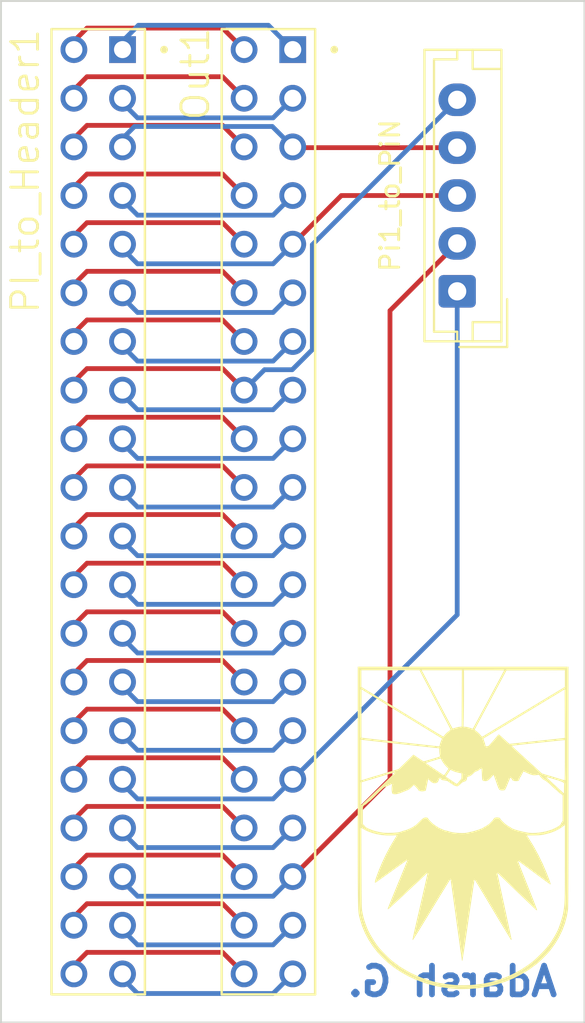
<source format=kicad_pcb>
(kicad_pcb (version 20221018) (generator pcbnew)
  (layers (0 "F.Cu" signal) (31 "B.Cu" signal) (34 "B.Paste" user) (35 "F.Paste" user) (36 "B.SilkS" user "B.Silkscreen") (37 "F.SilkS" user "F.Silkscreen") (38 "B.Mask" user) (39 "F.Mask" user) (44 "Edge.Cuts" user))
  (net 0 "")
  (net 1 "Net-(Out1-Pin_1)")
  (net 2 "Net-(Out1-Pin_2)")
  (net 3 "Net-(Out1-Pin_3)")
  (net 4 "Net-(Out1-Pin_4)")
  (net 5 "Net-(Out1-Pin_5)")
  (net 6 "Net-(Out1-Pin_7)")
  (net 7 "Net-(Out1-Pin_8)")
  (net 8 "Net-(Out1-Pin_9)")
  (net 9 "Net-(Out1-Pin_11)")
  (net 10 "Net-(Out1-Pin_12)")
  (net 11 "Net-(Out1-Pin_13)")
  (net 12 "Net-(Out1-Pin_14)")
  (net 13 "Net-(Out1-Pin_16)")
  (net 14 "Net-(Out1-Pin_17)")
  (net 15 "Net-(Out1-Pin_18)")
  (net 16 "Net-(Out1-Pin_19)")
  (net 17 "Net-(Out1-Pin_20)")
  (net 18 "Net-(Out1-Pin_21)")
  (net 19 "Net-(Out1-Pin_22)")
  (net 20 "Net-(Out1-Pin_23)")
  (net 21 "Net-(Out1-Pin_24)")
  (net 22 "Net-(Out1-Pin_25)")
  (net 23 "Net-(Out1-Pin_26)")
  (net 24 "Net-(Out1-Pin_27)")
  (net 25 "Net-(Out1-Pin_28)")
  (net 26 "Net-(Out1-Pin_29)")
  (net 27 "Net-(Out1-Pin_30)")
  (net 28 "Net-(Out1-Pin_31)")
  (net 29 "Net-(Out1-Pin_33)")
  (net 30 "Net-(Out1-Pin_35)")
  (net 31 "Net-(Out1-Pin_37)")
  (net 32 "Net-(Out1-Pin_38)")
  (net 33 "Net-(Out1-Pin_39)")
  (net 34 "Net-(Out1-Pin_40)")
  (net 35 "Net-(Out1-Pin_34)")
  (net 36 "Net-(Out1-Pin_36)")
  (net 37 "Net-(Out1-Pin_32)")
  (net 38 "Net-(Out1-Pin_15)")
  (net 39 "Net-(Out1-Pin_10)")
  (net 40 "Net-(Out1-Pin_6)")
  (footprint "20_pin_header_kicad:TE_7-146256-0" (layer "F.Cu") (at 111.76 52.07 -90)
    (fp_text reference "PI_to_Header1" (at -17.78 3.81 90) (layer "F.SilkS") (effects (font (size 1.4 1.4))))
    (fp_text value "Conn_01x40_Pin" hide)
    (pad "1" thru_hole circle (at -24.13 1.27 270) (size 1.398 1.398) (drill 0.89) (layers "*.Cu" "*.Mask") (net 1 "Net-(Out1-Pin_1)"))
    (pad "2" thru_hole rect (at -24.13 -1.27 270) (size 1.398 1.398) (drill 0.89) (layers "*.Cu" "*.Mask") (net 2 "Net-(Out1-Pin_2)"))
    (pad "3" thru_hole circle (at -21.59 1.27 270) (size 1.398 1.398) (drill 0.89) (layers "*.Cu" "*.Mask") (net 3 "Net-(Out1-Pin_3)"))
    (pad "4" thru_hole circle (at -21.59 -1.27 270) (size 1.398 1.398) (drill 0.89) (layers "*.Cu" "*.Mask") (net 4 "Net-(Out1-Pin_4)"))
    (pad "5" thru_hole circle (at -19.05 1.27 270) (size 1.398 1.398) (drill 0.89) (layers "*.Cu" "*.Mask") (net 5 "Net-(Out1-Pin_5)"))
    (pad "6" thru_hole circle (at -19.05 -1.27 270) (size 1.398 1.398) (drill 0.89) (layers "*.Cu" "*.Mask") (net 40 "Net-(Out1-Pin_6)"))
    (pad "7" thru_hole circle (at -16.51 1.27 270) (size 1.398 1.398) (drill 0.89) (layers "*.Cu" "*.Mask") (net 6 "Net-(Out1-Pin_7)"))
    (pad "8" thru_hole circle (at -16.51 -1.27 270) (size 1.398 1.398) (drill 0.89) (layers "*.Cu" "*.Mask") (net 7 "Net-(Out1-Pin_8)"))
    (pad "9" thru_hole circle (at -13.97 1.27 270) (size 1.398 1.398) (drill 0.89) (layers "*.Cu" "*.Mask") (net 8 "Net-(Out1-Pin_9)"))
    (pad "10" thru_hole circle (at -13.97 -1.27 270) (size 1.398 1.398) (drill 0.89) (layers "*.Cu" "*.Mask") (net 39 "Net-(Out1-Pin_10)"))
    (pad "11" thru_hole circle (at -11.43 1.27 270) (size 1.398 1.398) (drill 0.89) (layers "*.Cu" "*.Mask") (net 9 "Net-(Out1-Pin_11)"))
    (pad "12" thru_hole circle (at -11.43 -1.27 270) (size 1.398 1.398) (drill 0.89) (layers "*.Cu" "*.Mask") (net 10 "Net-(Out1-Pin_12)"))
    (pad "13" thru_hole circle (at -8.89 1.27 270) (size 1.398 1.398) (drill 0.89) (layers "*.Cu" "*.Mask") (net 11 "Net-(Out1-Pin_13)"))
    (pad "14" thru_hole circle (at -8.89 -1.27 270) (size 1.398 1.398) (drill 0.89) (layers "*.Cu" "*.Mask") (net 12 "Net-(Out1-Pin_14)"))
    (pad "15" thru_hole circle (at -6.35 1.27 270) (size 1.398 1.398) (drill 0.89) (layers "*.Cu" "*.Mask") (net 38 "Net-(Out1-Pin_15)"))
    (pad "16" thru_hole circle (at -6.35 -1.27 270) (size 1.398 1.398) (drill 0.89) (layers "*.Cu" "*.Mask") (net 13 "Net-(Out1-Pin_16)"))
    (pad "17" thru_hole circle (at -3.81 1.27 270) (size 1.398 1.398) (drill 0.89) (layers "*.Cu" "*.Mask") (net 14 "Net-(Out1-Pin_17)"))
    (pad "18" thru_hole circle (at -3.81 -1.27 270) (size 1.398 1.398) (drill 0.89) (layers "*.Cu" "*.Mask") (net 15 "Net-(Out1-Pin_18)"))
    (pad "19" thru_hole circle (at -1.27 1.27 270) (size 1.398 1.398) (drill 0.89) (layers "*.Cu" "*.Mask") (net 16 "Net-(Out1-Pin_19)"))
    (pad "20" thru_hole circle (at -1.27 -1.27 270) (size 1.398 1.398) (drill 0.89) (layers "*.Cu" "*.Mask") (net 17 "Net-(Out1-Pin_20)"))
    (pad "21" thru_hole circle (at 1.27 1.27 270) (size 1.398 1.398) (drill 0.89) (layers "*.Cu" "*.Mask") (net 18 "Net-(Out1-Pin_21)"))
    (pad "22" thru_hole circle (at 1.27 -1.27 270) (size 1.398 1.398) (drill 0.89) (layers "*.Cu" "*.Mask") (net 19 "Net-(Out1-Pin_22)"))
    (pad "23" thru_hole circle (at 3.81 1.27 270) (size 1.398 1.398) (drill 0.89) (layers "*.Cu" "*.Mask") (net 20 "Net-(Out1-Pin_23)"))
    (pad "24" thru_hole circle (at 3.81 -1.27 270) (size 1.398 1.398) (drill 0.89) (layers "*.Cu" "*.Mask") (net 21 "Net-(Out1-Pin_24)"))
    (pad "25" thru_hole circle (at 6.35 1.27 270) (size 1.398 1.398) (drill 0.89) (layers "*.Cu" "*.Mask") (net 22 "Net-(Out1-Pin_25)"))
    (pad "26" thru_hole circle (at 6.35 -1.27 270) (size 1.398 1.398) (drill 0.89) (layers "*.Cu" "*.Mask") (net 23 "Net-(Out1-Pin_26)"))
    (pad "27" thru_hole circle (at 8.89 1.27 270) (size 1.398 1.398) (drill 0.89) (layers "*.Cu" "*.Mask") (net 24 "Net-(Out1-Pin_27)"))
    (pad "28" thru_hole circle (at 8.89 -1.27 270) (size 1.398 1.398) (drill 0.89) (layers "*.Cu" "*.Mask") (net 25 "Net-(Out1-Pin_28)"))
    (pad "29" thru_hole circle (at 11.43 1.27 270) (size 1.398 1.398) (drill 0.89) (layers "*.Cu" "*.Mask") (net 26 "Net-(Out1-Pin_29)"))
    (pad "30" thru_hole circle (at 11.43 -1.27 270) (size 1.398 1.398) (drill 0.89) (layers "*.Cu" "*.Mask") (net 27 "Net-(Out1-Pin_30)"))
    (pad "31" thru_hole circle (at 13.97 1.27 270) (size 1.398 1.398) (drill 0.89) (layers "*.Cu" "*.Mask") (net 28 "Net-(Out1-Pin_31)"))
    (pad "32" thru_hole circle (at 13.97 -1.27 270) (size 1.398 1.398) (drill 0.89) (layers "*.Cu" "*.Mask") (net 37 "Net-(Out1-Pin_32)"))
    (pad "33" thru_hole circle (at 16.51 1.27 270) (size 1.398 1.398) (drill 0.89) (layers "*.Cu" "*.Mask") (net 29 "Net-(Out1-Pin_33)"))
    (pad "34" thru_hole circle (at 16.51 -1.27 270) (size 1.398 1.398) (drill 0.89) (layers "*.Cu" "*.Mask") (net 35 "Net-(Out1-Pin_34)"))
    (pad "35" thru_hole circle (at 19.05 1.27 270) (size 1.398 1.398) (drill 0.89) (layers "*.Cu" "*.Mask") (net 30 "Net-(Out1-Pin_35)"))
    (pad "36" thru_hole circle (at 19.05 -1.27 270) (size 1.398 1.398) (drill 0.89) (layers "*.Cu" "*.Mask") (net 36 "Net-(Out1-Pin_36)"))
    (pad "37" thru_hole circle (at 21.59 1.27 270) (size 1.398 1.398) (drill 0.89) (layers "*.Cu" "*.Mask") (net 31 "Net-(Out1-Pin_37)"))
    (pad "38" thru_hole circle (at 21.59 -1.27 270) (size 1.398 1.398) (drill 0.89) (layers "*.Cu" "*.Mask") (net 32 "Net-(Out1-Pin_38)"))
    (pad "39" thru_hole circle (at 24.13 1.27 270) (size 1.398 1.398) (drill 0.89) (layers "*.Cu" "*.Mask") (net 33 "Net-(Out1-Pin_39)"))
    (pad "40" thru_hole circle (at 24.13 -1.27 270) (size 1.398 1.398) (drill 0.89) (layers "*.Cu" "*.Mask") (net 34 "Net-(Out1-Pin_40)"))
  )
  (footprint "20_pin_header_kicad:TE_7-146256-0" (layer "F.Cu") (at 120.65 52.07 -90)
    (fp_text reference "Out1" (at -22.86 3.81 90) (layer "F.SilkS") (effects (font (size 1.4 1.4))))
    (fp_text value "Conn_01x40_Pin" hide)
    (pad "1" thru_hole circle (at -24.13 1.27 270) (size 1.398 1.398) (drill 0.89) (layers "*.Cu" "*.Mask") (net 1 "Net-(Out1-Pin_1)"))
    (pad "2" thru_hole rect (at -24.13 -1.27 270) (size 1.398 1.398) (drill 0.89) (layers "*.Cu" "*.Mask") (net 2 "Net-(Out1-Pin_2)"))
    (pad "3" thru_hole circle (at -21.59 1.27 270) (size 1.398 1.398) (drill 0.89) (layers "*.Cu" "*.Mask") (net 3 "Net-(Out1-Pin_3)"))
    (pad "4" thru_hole circle (at -21.59 -1.27 270) (size 1.398 1.398) (drill 0.89) (layers "*.Cu" "*.Mask") (net 4 "Net-(Out1-Pin_4)"))
    (pad "5" thru_hole circle (at -19.05 1.27 270) (size 1.398 1.398) (drill 0.89) (layers "*.Cu" "*.Mask") (net 5 "Net-(Out1-Pin_5)"))
    (pad "6" thru_hole circle (at -19.05 -1.27 270) (size 1.398 1.398) (drill 0.89) (layers "*.Cu" "*.Mask") (net 40 "Net-(Out1-Pin_6)"))
    (pad "7" thru_hole circle (at -16.51 1.27 270) (size 1.398 1.398) (drill 0.89) (layers "*.Cu" "*.Mask") (net 6 "Net-(Out1-Pin_7)"))
    (pad "8" thru_hole circle (at -16.51 -1.27 270) (size 1.398 1.398) (drill 0.89) (layers "*.Cu" "*.Mask") (net 7 "Net-(Out1-Pin_8)"))
    (pad "9" thru_hole circle (at -13.97 1.27 270) (size 1.398 1.398) (drill 0.89) (layers "*.Cu" "*.Mask") (net 8 "Net-(Out1-Pin_9)"))
    (pad "10" thru_hole circle (at -13.97 -1.27 270) (size 1.398 1.398) (drill 0.89) (layers "*.Cu" "*.Mask") (net 39 "Net-(Out1-Pin_10)"))
    (pad "11" thru_hole circle (at -11.43 1.27 270) (size 1.398 1.398) (drill 0.89) (layers "*.Cu" "*.Mask") (net 9 "Net-(Out1-Pin_11)"))
    (pad "12" thru_hole circle (at -11.43 -1.27 270) (size 1.398 1.398) (drill 0.89) (layers "*.Cu" "*.Mask") (net 10 "Net-(Out1-Pin_12)"))
    (pad "13" thru_hole circle (at -8.89 1.27 270) (size 1.398 1.398) (drill 0.89) (layers "*.Cu" "*.Mask") (net 11 "Net-(Out1-Pin_13)"))
    (pad "14" thru_hole circle (at -8.89 -1.27 270) (size 1.398 1.398) (drill 0.89) (layers "*.Cu" "*.Mask") (net 12 "Net-(Out1-Pin_14)"))
    (pad "15" thru_hole circle (at -6.35 1.27 270) (size 1.398 1.398) (drill 0.89) (layers "*.Cu" "*.Mask") (net 38 "Net-(Out1-Pin_15)"))
    (pad "16" thru_hole circle (at -6.35 -1.27 270) (size 1.398 1.398) (drill 0.89) (layers "*.Cu" "*.Mask") (net 13 "Net-(Out1-Pin_16)"))
    (pad "17" thru_hole circle (at -3.81 1.27 270) (size 1.398 1.398) (drill 0.89) (layers "*.Cu" "*.Mask") (net 14 "Net-(Out1-Pin_17)"))
    (pad "18" thru_hole circle (at -3.81 -1.27 270) (size 1.398 1.398) (drill 0.89) (layers "*.Cu" "*.Mask") (net 15 "Net-(Out1-Pin_18)"))
    (pad "19" thru_hole circle (at -1.27 1.27 270) (size 1.398 1.398) (drill 0.89) (layers "*.Cu" "*.Mask") (net 16 "Net-(Out1-Pin_19)"))
    (pad "20" thru_hole circle (at -1.27 -1.27 270) (size 1.398 1.398) (drill 0.89) (layers "*.Cu" "*.Mask") (net 17 "Net-(Out1-Pin_20)"))
    (pad "21" thru_hole circle (at 1.27 1.27 270) (size 1.398 1.398) (drill 0.89) (layers "*.Cu" "*.Mask") (net 18 "Net-(Out1-Pin_21)"))
    (pad "22" thru_hole circle (at 1.27 -1.27 270) (size 1.398 1.398) (drill 0.89) (layers "*.Cu" "*.Mask") (net 19 "Net-(Out1-Pin_22)"))
    (pad "23" thru_hole circle (at 3.81 1.27 270) (size 1.398 1.398) (drill 0.89) (layers "*.Cu" "*.Mask") (net 20 "Net-(Out1-Pin_23)"))
    (pad "24" thru_hole circle (at 3.81 -1.27 270) (size 1.398 1.398) (drill 0.89) (layers "*.Cu" "*.Mask") (net 21 "Net-(Out1-Pin_24)"))
    (pad "25" thru_hole circle (at 6.35 1.27 270) (size 1.398 1.398) (drill 0.89) (layers "*.Cu" "*.Mask") (net 22 "Net-(Out1-Pin_25)"))
    (pad "26" thru_hole circle (at 6.35 -1.27 270) (size 1.398 1.398) (drill 0.89) (layers "*.Cu" "*.Mask") (net 23 "Net-(Out1-Pin_26)"))
    (pad "27" thru_hole circle (at 8.89 1.27 270) (size 1.398 1.398) (drill 0.89) (layers "*.Cu" "*.Mask") (net 24 "Net-(Out1-Pin_27)"))
    (pad "28" thru_hole circle (at 8.89 -1.27 270) (size 1.398 1.398) (drill 0.89) (layers "*.Cu" "*.Mask") (net 25 "Net-(Out1-Pin_28)"))
    (pad "29" thru_hole circle (at 11.43 1.27 270) (size 1.398 1.398) (drill 0.89) (layers "*.Cu" "*.Mask") (net 26 "Net-(Out1-Pin_29)"))
    (pad "30" thru_hole circle (at 11.43 -1.27 270) (size 1.398 1.398) (drill 0.89) (layers "*.Cu" "*.Mask") (net 27 "Net-(Out1-Pin_30)"))
    (pad "31" thru_hole circle (at 13.97 1.27 270) (size 1.398 1.398) (drill 0.89) (layers "*.Cu" "*.Mask") (net 28 "Net-(Out1-Pin_31)"))
    (pad "32" thru_hole circle (at 13.97 -1.27 270) (size 1.398 1.398) (drill 0.89) (layers "*.Cu" "*.Mask") (net 37 "Net-(Out1-Pin_32)"))
    (pad "33" thru_hole circle (at 16.51 1.27 270) (size 1.398 1.398) (drill 0.89) (layers "*.Cu" "*.Mask") (net 29 "Net-(Out1-Pin_33)"))
    (pad "34" thru_hole circle (at 16.51 -1.27 270) (size 1.398 1.398) (drill 0.89) (layers "*.Cu" "*.Mask") (net 35 "Net-(Out1-Pin_34)"))
    (pad "35" thru_hole circle (at 19.05 1.27 270) (size 1.398 1.398) (drill 0.89) (layers "*.Cu" "*.Mask") (net 30 "Net-(Out1-Pin_35)"))
    (pad "36" thru_hole circle (at 19.05 -1.27 270) (size 1.398 1.398) (drill 0.89) (layers "*.Cu" "*.Mask") (net 36 "Net-(Out1-Pin_36)"))
    (pad "37" thru_hole circle (at 21.59 1.27 270) (size 1.398 1.398) (drill 0.89) (layers "*.Cu" "*.Mask") (net 31 "Net-(Out1-Pin_37)"))
    (pad "38" thru_hole circle (at 21.59 -1.27 270) (size 1.398 1.398) (drill 0.89) (layers "*.Cu" "*.Mask") (net 32 "Net-(Out1-Pin_38)"))
    (pad "39" thru_hole circle (at 24.13 1.27 270) (size 1.398 1.398) (drill 0.89) (layers "*.Cu" "*.Mask") (net 33 "Net-(Out1-Pin_39)"))
    (pad "40" thru_hole circle (at 24.13 -1.27 270) (size 1.398 1.398) (drill 0.89) (layers "*.Cu" "*.Mask") (net 34 "Net-(Out1-Pin_40)"))
  )
  (footprint "Connector_JST:JST_EH_B5B-EH-A_1x05_P2.50mm_Vertical" (layer "F.Cu") (at 130.51 40.56 90)
    (fp_text reference "Pi1_to_PiN" (at 5 -3.51 90) (layer "F.SilkS"))
    (fp_text value "Conn_01x05_Pin")
    (pad "1" thru_hole roundrect (at 0 0 90) (size 1.7 1.95) (drill 0.95) (layers "*.Cu" "*.Mask") (roundrect_rratio 0.1470588235) (net 37 "Net-(Out1-Pin_32)"))
    (pad "2" thru_hole oval (at 2.5 0 90) (size 1.7 1.95) (drill 0.95) (layers "*.Cu" "*.Mask") (net 36 "Net-(Out1-Pin_36)"))
    (pad "3" thru_hole oval (at 5 0 90) (size 1.7 1.95) (drill 0.95) (layers "*.Cu" "*.Mask") (net 39 "Net-(Out1-Pin_10)"))
    (pad "4" thru_hole oval (at 7.5 0 90) (size 1.7 1.95) (drill 0.95) (layers "*.Cu" "*.Mask") (net 40 "Net-(Out1-Pin_6)"))
    (pad "5" thru_hole oval (at 10 0 90) (size 1.7 1.95) (drill 0.95) (layers "*.Cu" "*.Mask") (net 38 "Net-(Out1-Pin_15)"))
  )
  (footprint "logo.preety:systopia_logo" (layer "F.Cu") (at 130.81 68.58)
    (fp_text reference "G***" hide)
    (fp_text value "LOGO" hide)
  )
  (gr_rect (start 106.68 25.4) (end 137.16 78.74) (stroke (width 0.1)) (fill none) (layer "Edge.Cuts"))
  (gr_text "Adarsh G.\n" (at 135.89 77.47) (layer "B.Cu") (effects (font (size 1.5 1.5) (thickness 0.3) bold) (justify left bottom mirror)))
  (segment (start 118.256 26.816) (end 119.38 27.94) (width 0.25) (layer "F.Cu") (net 1))
  (segment (start 111.174 26.816) (end 118.256 26.816) (width 0.25) (layer "F.Cu") (net 1))
  (segment (start 110.15 27.84) (end 111.174 26.816) (width 0.25) (layer "F.Cu") (net 1))
  (segment (start 113.86 26.67) (end 112.69 27.84) (width 0.25) (layer "B.Cu") (net 2))
  (segment (start 113.86 26.67) (end 120.65 26.67) (width 0.25) (layer "B.Cu") (net 2))
  (segment (start 121.92 27.94) (end 120.65 26.67) (width 0.25) (layer "B.Cu") (net 2))
  (segment (start 118.256 29.356) (end 119.38 30.48) (width 0.25) (layer "F.Cu") (net 3))
  (segment (start 111.174 29.356) (end 118.256 29.356) (width 0.25) (layer "F.Cu") (net 3))
  (segment (start 110.15 30.38) (end 111.174 29.356) (width 0.25) (layer "F.Cu") (net 3))
  (segment (start 120.896 31.504) (end 113.814 31.504) (width 0.25) (layer "B.Cu") (net 4))
  (segment (start 121.92 30.48) (end 120.896 31.504) (width 0.25) (layer "B.Cu") (net 4))
  (segment (start 113.814 31.504) (end 112.69 30.38) (width 0.25) (layer "B.Cu") (net 4))
  (segment (start 118.256 31.896) (end 119.38 33.02) (width 0.25) (layer "F.Cu") (net 5))
  (segment (start 110.15 32.92) (end 111.174 31.896) (width 0.25) (layer "F.Cu") (net 5))
  (segment (start 111.174 31.896) (end 118.256 31.896) (width 0.25) (layer "F.Cu") (net 5))
  (segment (start 118.256 34.436) (end 119.38 35.56) (width 0.25) (layer "F.Cu") (net 6))
  (segment (start 110.15 35.46) (end 111.174 34.436) (width 0.25) (layer "F.Cu") (net 6))
  (segment (start 111.174 34.436) (end 118.256 34.436) (width 0.25) (layer "F.Cu") (net 6))
  (segment (start 113.814 36.584) (end 112.69 35.46) (width 0.25) (layer "B.Cu") (net 7))
  (segment (start 121.92 35.56) (end 120.896 36.584) (width 0.25) (layer "B.Cu") (net 7))
  (segment (start 120.896 36.584) (end 113.814 36.584) (width 0.25) (layer "B.Cu") (net 7))
  (segment (start 118.256 36.976) (end 119.38 38.1) (width 0.25) (layer "F.Cu") (net 8))
  (segment (start 110.15 38) (end 111.174 36.976) (width 0.25) (layer "F.Cu") (net 8))
  (segment (start 111.174 36.976) (end 118.256 36.976) (width 0.25) (layer "F.Cu") (net 8))
  (segment (start 111.174 39.516) (end 118.256 39.516) (width 0.25) (layer "F.Cu") (net 9))
  (segment (start 110.15 40.54) (end 111.174 39.516) (width 0.25) (layer "F.Cu") (net 9))
  (segment (start 118.256 39.516) (end 119.38 40.64) (width 0.25) (layer "F.Cu") (net 9))
  (segment (start 120.896 41.664) (end 113.814 41.664) (width 0.25) (layer "B.Cu") (net 10))
  (segment (start 121.92 40.64) (end 120.896 41.664) (width 0.25) (layer "B.Cu") (net 10))
  (segment (start 113.814 41.664) (end 112.69 40.54) (width 0.25) (layer "B.Cu") (net 10))
  (segment (start 118.256 42.056) (end 119.38 43.18) (width 0.25) (layer "F.Cu") (net 11))
  (segment (start 111.174 42.056) (end 118.256 42.056) (width 0.25) (layer "F.Cu") (net 11))
  (segment (start 110.15 43.08) (end 111.174 42.056) (width 0.25) (layer "F.Cu") (net 11))
  (segment (start 121.92 43.18) (end 120.896 44.204) (width 0.25) (layer "B.Cu") (net 12))
  (segment (start 113.814 44.204) (end 112.69 43.08) (width 0.25) (layer "B.Cu") (net 12))
  (segment (start 120.896 44.204) (end 113.814 44.204) (width 0.25) (layer "B.Cu") (net 12))
  (segment (start 121.92 45.72) (end 120.896 46.744) (width 0.25) (layer "B.Cu") (net 13))
  (segment (start 120.896 46.744) (end 113.814 46.744) (width 0.25) (layer "B.Cu") (net 13))
  (segment (start 113.814 46.744) (end 112.69 45.62) (width 0.25) (layer "B.Cu") (net 13))
  (segment (start 111.174 47.136) (end 118.256 47.136) (width 0.25) (layer "F.Cu") (net 14))
  (segment (start 110.15 48.16) (end 111.174 47.136) (width 0.25) (layer "F.Cu") (net 14))
  (segment (start 118.256 47.136) (end 119.38 48.26) (width 0.25) (layer "F.Cu") (net 14))
  (segment (start 120.896 49.284) (end 113.814 49.284) (width 0.25) (layer "B.Cu") (net 15))
  (segment (start 113.814 49.284) (end 112.69 48.16) (width 0.25) (layer "B.Cu") (net 15))
  (segment (start 121.92 48.26) (end 120.896 49.284) (width 0.25) (layer "B.Cu") (net 15))
  (segment (start 110.15 50.7) (end 111.174 49.676) (width 0.25) (layer "F.Cu") (net 16))
  (segment (start 118.256 49.676) (end 119.38 50.8) (width 0.25) (layer "F.Cu") (net 16))
  (segment (start 111.174 49.676) (end 118.256 49.676) (width 0.25) (layer "F.Cu") (net 16))
  (segment (start 121.92 50.8) (end 120.896 51.824) (width 0.25) (layer "B.Cu") (net 17))
  (segment (start 113.814 51.824) (end 112.69 50.7) (width 0.25) (layer "B.Cu") (net 17))
  (segment (start 120.896 51.824) (end 113.814 51.824) (width 0.25) (layer "B.Cu") (net 17))
  (segment (start 110.15 53.24) (end 111.174 52.216) (width 0.25) (layer "F.Cu") (net 18))
  (segment (start 111.174 52.216) (end 118.256 52.216) (width 0.25) (layer "F.Cu") (net 18))
  (segment (start 118.256 52.216) (end 119.38 53.34) (width 0.25) (layer "F.Cu") (net 18))
  (segment (start 120.896 54.364) (end 113.814 54.364) (width 0.25) (layer "B.Cu") (net 19))
  (segment (start 113.814 54.364) (end 112.69 53.24) (width 0.25) (layer "B.Cu") (net 19))
  (segment (start 121.92 53.34) (end 120.896 54.364) (width 0.25) (layer "B.Cu") (net 19))
  (segment (start 118.256 54.756) (end 119.38 55.88) (width 0.25) (layer "F.Cu") (net 20))
  (segment (start 111.174 54.756) (end 118.256 54.756) (width 0.25) (layer "F.Cu") (net 20))
  (segment (start 110.15 55.78) (end 111.174 54.756) (width 0.25) (layer "F.Cu") (net 20))
  (segment (start 120.896 56.904) (end 113.814 56.904) (width 0.25) (layer "B.Cu") (net 21))
  (segment (start 113.814 56.904) (end 112.69 55.78) (width 0.25) (layer "B.Cu") (net 21))
  (segment (start 121.92 55.88) (end 120.896 56.904) (width 0.25) (layer "B.Cu") (net 21))
  (segment (start 110.15 58.32) (end 111.174 57.296) (width 0.25) (layer "F.Cu") (net 22))
  (segment (start 111.174 57.296) (end 118.256 57.296) (width 0.25) (layer "F.Cu") (net 22))
  (segment (start 118.256 57.296) (end 119.38 58.42) (width 0.25) (layer "F.Cu") (net 22))
  (segment (start 120.896 59.444) (end 113.814 59.444) (width 0.25) (layer "B.Cu") (net 23))
  (segment (start 113.814 59.444) (end 112.69 58.32) (width 0.25) (layer "B.Cu") (net 23))
  (segment (start 121.92 58.42) (end 120.896 59.444) (width 0.25) (layer "B.Cu") (net 23))
  (segment (start 110.15 60.86) (end 111.174 59.836) (width 0.25) (layer "F.Cu") (net 24))
  (segment (start 118.256 59.836) (end 119.38 60.96) (width 0.25) (layer "F.Cu") (net 24))
  (segment (start 111.174 59.836) (end 118.256 59.836) (width 0.25) (layer "F.Cu") (net 24))
  (segment (start 121.92 60.96) (end 120.896 61.984) (width 0.25) (layer "B.Cu") (net 25))
  (segment (start 113.814 61.984) (end 112.69 60.86) (width 0.25) (layer "B.Cu") (net 25))
  (segment (start 120.896 61.984) (end 113.814 61.984) (width 0.25) (layer "B.Cu") (net 25))
  (segment (start 110.15 63.4) (end 111.174 62.376) (width 0.25) (layer "F.Cu") (net 26))
  (segment (start 111.174 62.376) (end 118.256 62.376) (width 0.25) (layer "F.Cu") (net 26))
  (segment (start 118.256 62.376) (end 119.38 63.5) (width 0.25) (layer "F.Cu") (net 26))
  (segment (start 121.92 63.5) (end 120.896 64.524) (width 0.25) (layer "B.Cu") (net 27))
  (segment (start 113.814 64.524) (end 112.69 63.4) (width 0.25) (layer "B.Cu") (net 27))
  (segment (start 120.896 64.524) (end 113.814 64.524) (width 0.25) (layer "B.Cu") (net 27))
  (segment (start 110.15 65.94) (end 111.174 64.916) (width 0.25) (layer "F.Cu") (net 28))
  (segment (start 118.256 64.916) (end 119.38 66.04) (width 0.25) (layer "F.Cu") (net 28))
  (segment (start 111.174 64.916) (end 118.256 64.916) (width 0.25) (layer "F.Cu") (net 28))
  (segment (start 118.256 67.456) (end 119.38 68.58) (width 0.25) (layer "F.Cu") (net 29))
  (segment (start 110.15 68.48) (end 111.174 67.456) (width 0.25) (layer "F.Cu") (net 29))
  (segment (start 111.174 67.456) (end 118.256 67.456) (width 0.25) (layer "F.Cu") (net 29))
  (segment (start 110.15 71.02) (end 111.174 69.996) (width 0.25) (layer "F.Cu") (net 30))
  (segment (start 118.256 69.996) (end 119.38 71.12) (width 0.25) (layer "F.Cu") (net 30))
  (segment (start 111.174 69.996) (end 118.256 69.996) (width 0.25) (layer "F.Cu") (net 30))
  (segment (start 110.15 73.56) (end 111.174 72.536) (width 0.25) (layer "F.Cu") (net 31))
  (segment (start 118.256 72.536) (end 119.38 73.66) (width 0.25) (layer "F.Cu") (net 31))
  (segment (start 111.174 72.536) (end 118.256 72.536) (width 0.25) (layer "F.Cu") (net 31))
  (segment (start 120.896 74.684) (end 113.814 74.684) (width 0.25) (layer "B.Cu") (net 32))
  (segment (start 113.814 74.684) (end 112.69 73.56) (width 0.25) (layer "B.Cu") (net 32))
  (segment (start 121.92 73.66) (end 120.896 74.684) (width 0.25) (layer "B.Cu") (net 32))
  (segment (start 118.256 75.076) (end 119.38 76.2) (width 0.25) (layer "F.Cu") (net 33))
  (segment (start 111.174 75.076) (end 118.256 75.076) (width 0.25) (layer "F.Cu") (net 33))
  (segment (start 110.15 76.1) (end 111.174 75.076) (width 0.25) (layer "F.Cu") (net 33))
  (segment (start 121.92 76.2) (end 120.896 77.224) (width 0.25) (layer "B.Cu") (net 34))
  (segment (start 120.896 77.224) (end 113.814 77.224) (width 0.25) (layer "B.Cu") (net 34))
  (segment (start 113.814 77.224) (end 112.69 76.1) (width 0.25) (layer "B.Cu") (net 34))
  (segment (start 113.814 69.604) (end 112.69 68.48) (width 0.25) (layer "B.Cu") (net 35))
  (segment (start 121.92 68.58) (end 120.896 69.604) (width 0.25) (layer "B.Cu") (net 35))
  (segment (start 120.896 69.604) (end 113.814 69.604) (width 0.25) (layer "B.Cu") (net 35))
  (segment (start 127 41.57) (end 127 66.04) (width 0.25) (layer "F.Cu") (net 36))
  (segment (start 127 66.04) (end 121.92 71.12) (width 0.25) (layer "F.Cu") (net 36))
  (segment (start 130.51 38.06) (end 127 41.57) (width 0.25) (layer "F.Cu") (net 36))
  (segment (start 120.896 72.144) (end 113.814 72.144) (width 0.25) (layer "B.Cu") (net 36))
  (segment (start 121.92 71.12) (end 120.896 72.144) (width 0.25) (layer "B.Cu") (net 36))
  (segment (start 113.814 72.144) (end 112.69 71.02) (width 0.25) (layer "B.Cu") (net 36))
  (segment (start 113.814 67.064) (end 112.69 65.94) (width 0.25) (layer "B.Cu") (net 37))
  (segment (start 121.92 66.04) (end 120.896 67.064) (width 0.25) (layer "B.Cu") (net 37))
  (segment (start 130.51 57.45) (end 121.92 66.04) (width 0.25) (layer "B.Cu") (net 37))
  (segment (start 130.51 40.56) (end 130.51 57.45) (width 0.25) (layer "B.Cu") (net 37))
  (segment (start 120.896 67.064) (end 113.814 67.064) (width 0.25) (layer "B.Cu") (net 37))
  (segment (start 111.174 44.596) (end 118.256 44.596) (width 0.25) (layer "F.Cu") (net 38))
  (segment (start 118.256 44.596) (end 119.38 45.72) (width 0.25) (layer "F.Cu") (net 38))
  (segment (start 110.15 45.62) (end 111.174 44.596) (width 0.25) (layer "F.Cu") (net 38))
  (segment (start 122.944 43.604155) (end 121.894155 44.654) (width 0.25) (layer "B.Cu") (net 38))
  (segment (start 122.944 38.126) (end 122.944 43.604155) (width 0.25) (layer "B.Cu") (net 38))
  (segment (start 130.51 30.56) (end 122.944 38.126) (width 0.25) (layer "B.Cu") (net 38))
  (segment (start 121.894155 44.654) (end 120.446 44.654) (width 0.25) (layer "B.Cu") (net 38))
  (segment (start 120.446 44.654) (end 119.38 45.72) (width 0.25) (layer "B.Cu") (net 38))
  (segment (start 124.46 35.56) (end 121.92 38.1) (width 0.25) (layer "F.Cu") (net 39))
  (segment (start 130.51 35.56) (end 124.46 35.56) (width 0.25) (layer "F.Cu") (net 39))
  (segment (start 120.896 39.124) (end 113.814 39.124) (width 0.25) (layer "B.Cu") (net 39))
  (segment (start 121.92 38.1) (end 120.896 39.124) (width 0.25) (layer "B.Cu") (net 39))
  (segment (start 113.814 39.124) (end 112.69 38) (width 0.25) (layer "B.Cu") (net 39))
  (segment (start 121.96 33.06) (end 121.92 33.02) (width 0.25) (layer "F.Cu") (net 40))
  (segment (start 130.51 33.06) (end 121.96 33.06) (width 0.25) (layer "F.Cu") (net 40))
  (segment (start 120.854 31.954) (end 113.656 31.954) (width 0.25) (layer "B.Cu") (net 40))
  (segment (start 113.656 31.954) (end 112.69 32.92) (width 0.25) (layer "B.Cu") (net 40))
  (segment (start 121.92 33.02) (end 120.854 31.954) (width 0.25) (layer "B.Cu") (net 40))
)
</source>
